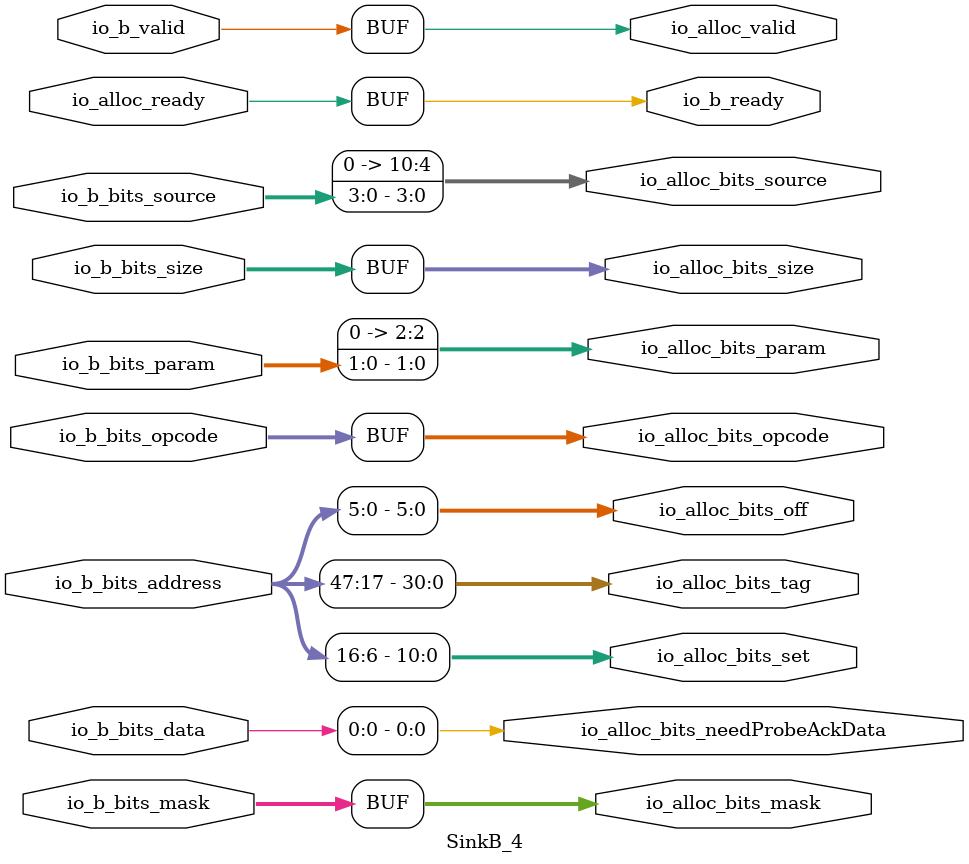
<source format=sv>
`ifndef RANDOMIZE
  `ifdef RANDOMIZE_MEM_INIT
    `define RANDOMIZE
  `endif // RANDOMIZE_MEM_INIT
`endif // not def RANDOMIZE
`ifndef RANDOMIZE
  `ifdef RANDOMIZE_REG_INIT
    `define RANDOMIZE
  `endif // RANDOMIZE_REG_INIT
`endif // not def RANDOMIZE

`ifndef RANDOM
  `define RANDOM $random
`endif // not def RANDOM

// Users can define INIT_RANDOM as general code that gets injected into the
// initializer block for modules with registers.
`ifndef INIT_RANDOM
  `define INIT_RANDOM
`endif // not def INIT_RANDOM

// If using random initialization, you can also define RANDOMIZE_DELAY to
// customize the delay used, otherwise 0.002 is used.
`ifndef RANDOMIZE_DELAY
  `define RANDOMIZE_DELAY 0.002
`endif // not def RANDOMIZE_DELAY

// Define INIT_RANDOM_PROLOG_ for use in our modules below.
`ifndef INIT_RANDOM_PROLOG_
  `ifdef RANDOMIZE
    `ifdef VERILATOR
      `define INIT_RANDOM_PROLOG_ `INIT_RANDOM
    `else  // VERILATOR
      `define INIT_RANDOM_PROLOG_ `INIT_RANDOM #`RANDOMIZE_DELAY begin end
    `endif // VERILATOR
  `else  // RANDOMIZE
    `define INIT_RANDOM_PROLOG_
  `endif // RANDOMIZE
`endif // not def INIT_RANDOM_PROLOG_

// Include register initializers in init blocks unless synthesis is set
`ifndef SYNTHESIS
  `ifndef ENABLE_INITIAL_REG_
    `define ENABLE_INITIAL_REG_
  `endif // not def ENABLE_INITIAL_REG_
`endif // not def SYNTHESIS

// Include rmemory initializers in init blocks unless synthesis is set
`ifndef SYNTHESIS
  `ifndef ENABLE_INITIAL_MEM_
    `define ENABLE_INITIAL_MEM_
  `endif // not def ENABLE_INITIAL_MEM_
`endif // not def SYNTHESIS

module SinkB_4(
  output         io_b_ready,
  input          io_b_valid,
  input  [2:0]   io_b_bits_opcode,
  input  [1:0]   io_b_bits_param,
  input  [2:0]   io_b_bits_size,
  input  [3:0]   io_b_bits_source,
  input  [47:0]  io_b_bits_address,
  input  [31:0]  io_b_bits_mask,
  input  [255:0] io_b_bits_data,
  input          io_alloc_ready,
  output         io_alloc_valid,
  output [2:0]   io_alloc_bits_opcode,
  output [2:0]   io_alloc_bits_param,
  output [2:0]   io_alloc_bits_size,
  output [10:0]  io_alloc_bits_source,
  output [10:0]  io_alloc_bits_set,
  output [30:0]  io_alloc_bits_tag,
  output [5:0]   io_alloc_bits_off,
  output [31:0]  io_alloc_bits_mask,
  output         io_alloc_bits_needProbeAckData
);

  assign io_b_ready = io_alloc_ready;
  assign io_alloc_valid = io_b_valid;
  assign io_alloc_bits_opcode = io_b_bits_opcode;
  assign io_alloc_bits_param = {1'h0, io_b_bits_param};
  assign io_alloc_bits_size = io_b_bits_size;
  assign io_alloc_bits_source = {7'h0, io_b_bits_source};
  assign io_alloc_bits_set = io_b_bits_address[16:6];
  assign io_alloc_bits_tag = io_b_bits_address[47:17];
  assign io_alloc_bits_off = io_b_bits_address[5:0];
  assign io_alloc_bits_mask = io_b_bits_mask;
  assign io_alloc_bits_needProbeAckData = io_b_bits_data[0];
endmodule


</source>
